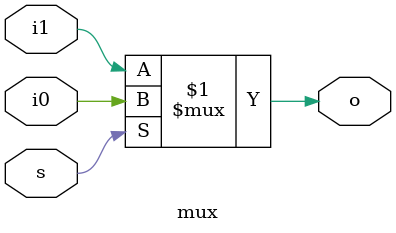
<source format=v>
module mux( s, i0, i1, o );

input s, i0, i1;
output o;

assign o = s ? i0: i1;

endmodule

</source>
